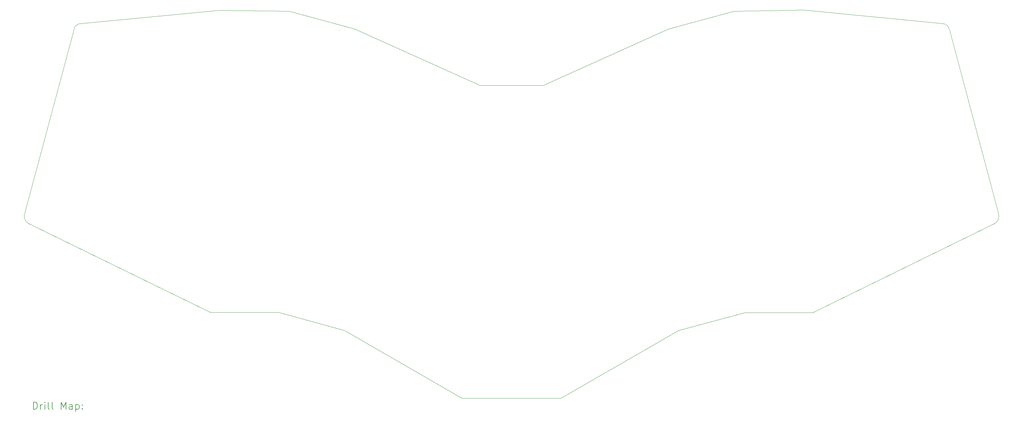
<source format=gbr>
%TF.GenerationSoftware,KiCad,Pcbnew,8.0.4*%
%TF.CreationDate,2024-08-16T14:16:27+09:00*%
%TF.ProjectId,TrueStrike42-bottom-plate,54727565-5374-4726-996b-6534322d626f,rev?*%
%TF.SameCoordinates,Original*%
%TF.FileFunction,Drillmap*%
%TF.FilePolarity,Positive*%
%FSLAX45Y45*%
G04 Gerber Fmt 4.5, Leading zero omitted, Abs format (unit mm)*
G04 Created by KiCad (PCBNEW 8.0.4) date 2024-08-16 14:16:27*
%MOMM*%
%LPD*%
G01*
G04 APERTURE LIST*
%ADD10C,0.050000*%
%ADD11C,0.200000*%
G04 APERTURE END LIST*
D10*
X6661981Y-4845253D02*
X2752991Y-5220253D01*
X13476982Y-15740253D02*
X16251981Y-15740252D01*
X16251981Y-15740252D02*
X19561980Y-13835252D01*
X26986980Y-5220253D02*
G75*
G02*
X27170583Y-5395484I-24990J-209987D01*
G01*
X2569387Y-5395484D02*
X1181819Y-10567614D01*
X6401981Y-13335253D02*
X8316980Y-13335252D01*
X19276980Y-5370253D02*
X15761979Y-6953000D01*
X21116981Y-4875252D02*
X19276980Y-5370253D01*
X13981982Y-6953000D02*
X10461980Y-5370253D01*
X10461980Y-5370253D02*
X8621980Y-4875253D01*
X1291980Y-10835252D02*
X6401981Y-13335253D01*
X8621980Y-4875253D02*
X6661981Y-4845253D01*
X1291980Y-10835252D02*
G75*
G02*
X1181820Y-10567614I130006J210001D01*
G01*
X23331981Y-13340252D02*
X28446982Y-10835253D01*
X28557142Y-10567613D02*
X27170585Y-5395484D01*
X26986980Y-5220253D02*
X23081981Y-4840253D01*
X2569387Y-5395484D02*
G75*
G02*
X2752991Y-5220253I208600J-34764D01*
G01*
X15761979Y-6953000D02*
X13981982Y-6953000D01*
X19561980Y-13835252D02*
X21421981Y-13340253D01*
X23081981Y-4840253D02*
X21116981Y-4875252D01*
X21421981Y-13340253D02*
X23331981Y-13340252D01*
X10171981Y-13835254D02*
X13476982Y-15740253D01*
X28557142Y-10567613D02*
G75*
G02*
X28446980Y-10835250I-240162J-57637D01*
G01*
X8316980Y-13335252D02*
X10171981Y-13835254D01*
D11*
X1433277Y-16054237D02*
X1433277Y-15854237D01*
X1433277Y-15854237D02*
X1480896Y-15854237D01*
X1480896Y-15854237D02*
X1509467Y-15863760D01*
X1509467Y-15863760D02*
X1528515Y-15882808D01*
X1528515Y-15882808D02*
X1538039Y-15901856D01*
X1538039Y-15901856D02*
X1547563Y-15939951D01*
X1547563Y-15939951D02*
X1547563Y-15968522D01*
X1547563Y-15968522D02*
X1538039Y-16006618D01*
X1538039Y-16006618D02*
X1528515Y-16025665D01*
X1528515Y-16025665D02*
X1509467Y-16044713D01*
X1509467Y-16044713D02*
X1480896Y-16054237D01*
X1480896Y-16054237D02*
X1433277Y-16054237D01*
X1633277Y-16054237D02*
X1633277Y-15920903D01*
X1633277Y-15958999D02*
X1642801Y-15939951D01*
X1642801Y-15939951D02*
X1652324Y-15930427D01*
X1652324Y-15930427D02*
X1671372Y-15920903D01*
X1671372Y-15920903D02*
X1690420Y-15920903D01*
X1757086Y-16054237D02*
X1757086Y-15920903D01*
X1757086Y-15854237D02*
X1747563Y-15863760D01*
X1747563Y-15863760D02*
X1757086Y-15873284D01*
X1757086Y-15873284D02*
X1766610Y-15863760D01*
X1766610Y-15863760D02*
X1757086Y-15854237D01*
X1757086Y-15854237D02*
X1757086Y-15873284D01*
X1880896Y-16054237D02*
X1861848Y-16044713D01*
X1861848Y-16044713D02*
X1852324Y-16025665D01*
X1852324Y-16025665D02*
X1852324Y-15854237D01*
X1985658Y-16054237D02*
X1966610Y-16044713D01*
X1966610Y-16044713D02*
X1957086Y-16025665D01*
X1957086Y-16025665D02*
X1957086Y-15854237D01*
X2214229Y-16054237D02*
X2214229Y-15854237D01*
X2214229Y-15854237D02*
X2280896Y-15997094D01*
X2280896Y-15997094D02*
X2347563Y-15854237D01*
X2347563Y-15854237D02*
X2347563Y-16054237D01*
X2528515Y-16054237D02*
X2528515Y-15949475D01*
X2528515Y-15949475D02*
X2518991Y-15930427D01*
X2518991Y-15930427D02*
X2499944Y-15920903D01*
X2499944Y-15920903D02*
X2461848Y-15920903D01*
X2461848Y-15920903D02*
X2442801Y-15930427D01*
X2528515Y-16044713D02*
X2509467Y-16054237D01*
X2509467Y-16054237D02*
X2461848Y-16054237D01*
X2461848Y-16054237D02*
X2442801Y-16044713D01*
X2442801Y-16044713D02*
X2433277Y-16025665D01*
X2433277Y-16025665D02*
X2433277Y-16006618D01*
X2433277Y-16006618D02*
X2442801Y-15987570D01*
X2442801Y-15987570D02*
X2461848Y-15978046D01*
X2461848Y-15978046D02*
X2509467Y-15978046D01*
X2509467Y-15978046D02*
X2528515Y-15968522D01*
X2623753Y-15920903D02*
X2623753Y-16120903D01*
X2623753Y-15930427D02*
X2642801Y-15920903D01*
X2642801Y-15920903D02*
X2680896Y-15920903D01*
X2680896Y-15920903D02*
X2699944Y-15930427D01*
X2699944Y-15930427D02*
X2709467Y-15939951D01*
X2709467Y-15939951D02*
X2718991Y-15958999D01*
X2718991Y-15958999D02*
X2718991Y-16016141D01*
X2718991Y-16016141D02*
X2709467Y-16035189D01*
X2709467Y-16035189D02*
X2699944Y-16044713D01*
X2699944Y-16044713D02*
X2680896Y-16054237D01*
X2680896Y-16054237D02*
X2642801Y-16054237D01*
X2642801Y-16054237D02*
X2623753Y-16044713D01*
X2804705Y-16035189D02*
X2814229Y-16044713D01*
X2814229Y-16044713D02*
X2804705Y-16054237D01*
X2804705Y-16054237D02*
X2795182Y-16044713D01*
X2795182Y-16044713D02*
X2804705Y-16035189D01*
X2804705Y-16035189D02*
X2804705Y-16054237D01*
X2804705Y-15930427D02*
X2814229Y-15939951D01*
X2814229Y-15939951D02*
X2804705Y-15949475D01*
X2804705Y-15949475D02*
X2795182Y-15939951D01*
X2795182Y-15939951D02*
X2804705Y-15930427D01*
X2804705Y-15930427D02*
X2804705Y-15949475D01*
M02*

</source>
